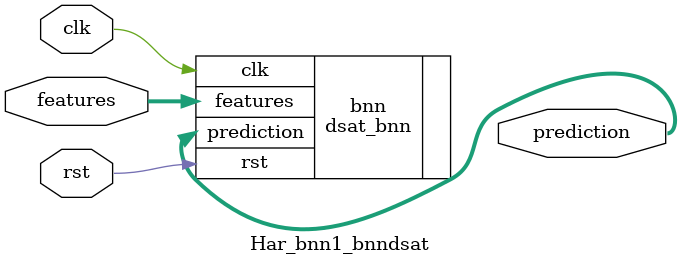
<source format=v>















module Har_bnn1_bnndsat #(

parameter FEAT_CNT = 12,
parameter HIDDEN_CNT = 40,
parameter FEAT_BITS = 4,
parameter CLASS_CNT = 6,
parameter TEST_CNT = 1000


  ) (
  input clk,
  input rst,
  input [FEAT_CNT*FEAT_BITS-1:0] features,
  output [$clog2(CLASS_CNT)-1:0] prediction
  );

  localparam Weights0 = 480'b010011011001001100101101110001110010101011110010111001110001101001101010010011110101100110000101000100000111110100000001101110101101000110000001100100000001110000111111100111001110011001111010101000111100000011110011111011101000100111100110001101001001000110110111001011101011010111110100111000111100000011000000000100101111000110010101011010001100110101000100110101010101111011111000111000010110111000110001001110000010001100000101000000100100011000001101111001100001101000111001 ;
  localparam Weights1 = 240'b111001111101100000101111100101100010100011010110111111001010010101011010011101001110011111011110001101011100001000101010010101000110011010101101110010110100110101111111011000000011000110001111110000010111001001000101000010011100001111000100 ;
  localparam Widths = 320'h06060607070607070707070808070707070707070707070707080707070707070707080708070707 ;

  dsat_bnn #(.FEAT_CNT(FEAT_CNT),.FEAT_BITS(FEAT_BITS),.HIDDEN_CNT(HIDDEN_CNT),.CLASS_CNT(CLASS_CNT),.Weights0(Weights0),.Weights1(Weights1),
    .WIDTHS(Widths)) bnn (
    .clk(clk),
    .rst(rst),
    .features(features),
    .prediction(prediction)
  );

endmodule

</source>
